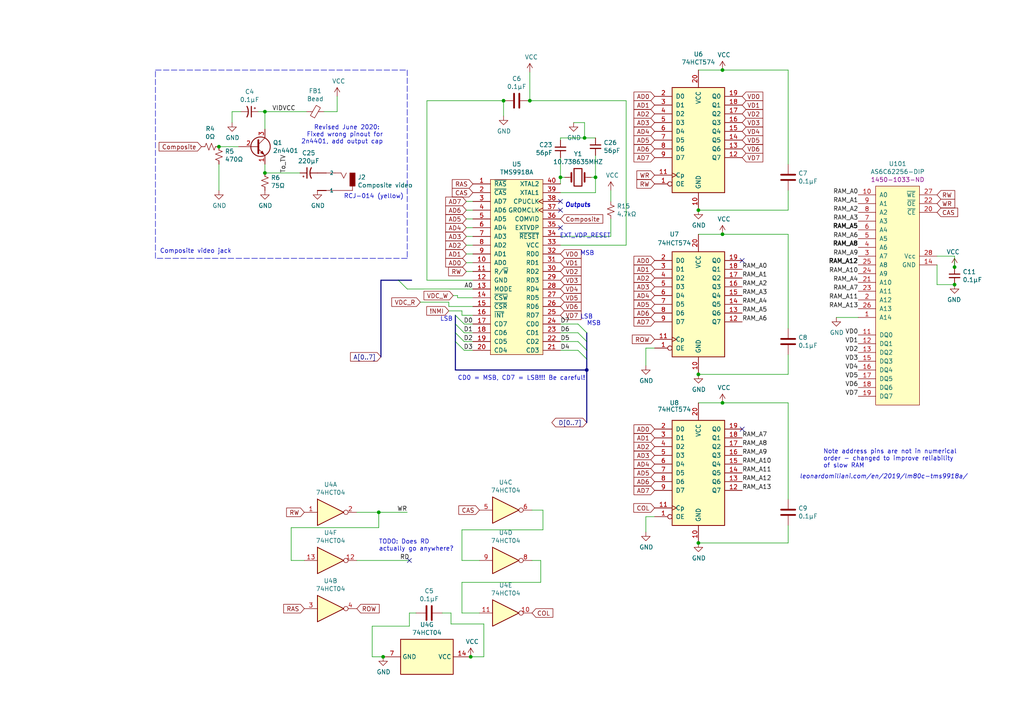
<source format=kicad_sch>
(kicad_sch (version 20211123) (generator eeschema)
  (paper "A4")
  (lib_symbols
    (symbol "74xx:74HCT04"
      (property "Reference" "U" (at 0 1.27 0))
      (property "Value" "74HCT04" (at 0 -1.27 0))
      (symbol "74HCT04_1_0"
        (polyline (pts (xy -3.81 3.81) (xy -3.81 -3.81) (xy 3.81 0) (xy -3.81 3.81)) (stroke (width 0.254)) (fill (type background)))
        (pin input line (at -7.62 0 0) (length 3.81) (name "~") (number "1"))
        (pin output inverted (at 7.62 0 180) (length 3.81) (name "~") (number "2"))
      )
      (symbol "74HCT04_2_0"
        (polyline (pts (xy -3.81 3.81) (xy -3.81 -3.81) (xy 3.81 0) (xy -3.81 3.81)) (stroke (width 0.254)) (fill (type background)))
        (pin input line (at -7.62 0 0) (length 3.81) (name "~") (number "3"))
        (pin output inverted (at 7.62 0 180) (length 3.81) (name "~") (number "4"))
      )
      (symbol "74HCT04_3_0"
        (polyline (pts (xy -3.81 3.81) (xy -3.81 -3.81) (xy 3.81 0) (xy -3.81 3.81)) (stroke (width 0.254)) (fill (type background)))
        (pin input line (at -7.62 0 0) (length 3.81) (name "~") (number "5"))
        (pin output inverted (at 7.62 0 180) (length 3.81) (name "~") (number "6"))
      )
      (symbol "74HCT04_4_0"
        (polyline (pts (xy -3.81 3.81) (xy -3.81 -3.81) (xy 3.81 0) (xy -3.81 3.81)) (stroke (width 0.254)) (fill (type background)))
        (pin output inverted (at 7.62 0 180) (length 3.81) (name "~") (number "8"))
        (pin input line (at -7.62 0 0) (length 3.81) (name "~") (number "9"))
      )
      (symbol "74HCT04_5_0"
        (polyline (pts (xy -3.81 3.81) (xy -3.81 -3.81) (xy 3.81 0) (xy -3.81 3.81)) (stroke (width 0.254)) (fill (type background)))
        (pin output inverted (at 7.62 0 180) (length 3.81) (name "~") (number "10"))
        (pin input line (at -7.62 0 0) (length 3.81) (name "~") (number "11"))
      )
      (symbol "74HCT04_6_0"
        (polyline (pts (xy -3.81 3.81) (xy -3.81 -3.81) (xy 3.81 0) (xy -3.81 3.81)) (stroke (width 0.254)) (fill (type background)))
        (pin output inverted (at 7.62 0 180) (length 3.81) (name "~") (number "12"))
        (pin input line (at -7.62 0 0) (length 3.81) (name "~") (number "13"))
      )
      (symbol "74HCT04_7_0"
        (pin power_in line (at 0 12.7 270) (length 5.08) (name "VCC") (number "14"))
        (pin power_in line (at 0 -12.7 90) (length 5.08) (name "GND") (number "7"))
      )
      (symbol "74HCT04_7_1"
        (rectangle (start -5.08 7.62) (end 5.08 -7.62) (stroke (width 0.254)) (fill (type background)))
      )
    )
    (symbol "74xx:74LS574" (pin_names (offset 1.016))
      (property "Reference" "U" (at -7.62 16.51 0))
      (property "Value" "74LS574" (at -7.62 -16.51 0))
      (symbol "74LS574_1_0"
        (pin input inverted (at -12.7 -12.7 0) (length 5.08) (name "OE") (number "1"))
        (pin power_in line (at 0 -20.32 90) (length 5.08) (name "GND") (number "10"))
        (pin input clock (at -12.7 -10.16 0) (length 5.08) (name "Cp") (number "11"))
        (pin tri_state line (at 12.7 -5.08 180) (length 5.08) (name "Q7") (number "12"))
        (pin tri_state line (at 12.7 -2.54 180) (length 5.08) (name "Q6") (number "13"))
        (pin tri_state line (at 12.7 0 180) (length 5.08) (name "Q5") (number "14"))
        (pin tri_state line (at 12.7 2.54 180) (length 5.08) (name "Q4") (number "15"))
        (pin tri_state line (at 12.7 5.08 180) (length 5.08) (name "Q3") (number "16"))
        (pin tri_state line (at 12.7 7.62 180) (length 5.08) (name "Q2") (number "17"))
        (pin tri_state line (at 12.7 10.16 180) (length 5.08) (name "Q1") (number "18"))
        (pin tri_state line (at 12.7 12.7 180) (length 5.08) (name "Q0") (number "19"))
        (pin input line (at -12.7 12.7 0) (length 5.08) (name "D0") (number "2"))
        (pin power_in line (at 0 20.32 270) (length 5.08) (name "VCC") (number "20"))
        (pin input line (at -12.7 10.16 0) (length 5.08) (name "D1") (number "3"))
        (pin input line (at -12.7 7.62 0) (length 5.08) (name "D2") (number "4"))
        (pin input line (at -12.7 5.08 0) (length 5.08) (name "D3") (number "5"))
        (pin input line (at -12.7 2.54 0) (length 5.08) (name "D4") (number "6"))
        (pin input line (at -12.7 0 0) (length 5.08) (name "D5") (number "7"))
        (pin input line (at -12.7 -2.54 0) (length 5.08) (name "D6") (number "8"))
        (pin input line (at -12.7 -5.08 0) (length 5.08) (name "D7") (number "9"))
      )
      (symbol "74LS574_1_1"
        (rectangle (start -7.62 15.24) (end 7.62 -15.24) (stroke (width 0.254)) (fill (type background)))
      )
    )
    (symbol "AS6C62256:AS6C62256-DIP" (pin_names (offset 1.016))
      (property "Reference" "U" (at 0 2.54 0))
      (property "Value" "AS6C62256-DIP" (at 0 0 0))
      (property "DigiKey" "1450-1033-ND" (at 0 0 0))
      (symbol "AS6C62256-DIP_0_1"
        (rectangle (start -6.35 -1.27) (end 6.35 -64.77) (fill (type background)))
      )
      (symbol "AS6C62256-DIP_1_1"
        (pin input line (at -11.43 -39.37 0) (length 5.08) (name "A14") (number "1"))
        (pin input line (at -11.43 -3.81 0) (length 5.08) (name "A0") (number "10"))
        (pin bidirectional line (at -11.43 -44.45 0) (length 5.08) (name "DQ0") (number "11"))
        (pin bidirectional line (at -11.43 -46.99 0) (length 5.08) (name "DQ1") (number "12"))
        (pin bidirectional line (at -11.43 -49.53 0) (length 5.08) (name "DQ2") (number "13"))
        (pin power_in line (at 11.43 -24.13 180) (length 5.08) (name "GND") (number "14"))
        (pin bidirectional line (at -11.43 -52.07 0) (length 5.08) (name "DQ3") (number "15"))
        (pin bidirectional line (at -11.43 -54.61 0) (length 5.08) (name "DQ4") (number "16"))
        (pin bidirectional line (at -11.43 -57.15 0) (length 5.08) (name "DQ5") (number "17"))
        (pin bidirectional line (at -11.43 -59.69 0) (length 5.08) (name "DQ6") (number "18"))
        (pin bidirectional line (at -11.43 -62.23 0) (length 5.08) (name "DQ7") (number "19"))
        (pin input line (at -11.43 -34.29 0) (length 5.08) (name "A12") (number "2"))
        (pin input line (at 11.43 -8.89 180) (length 5.08) (name "~{CE}") (number "20"))
        (pin input line (at -11.43 -29.21 0) (length 5.08) (name "A10") (number "21"))
        (pin input line (at 11.43 -6.35 180) (length 5.08) (name "~{OE}") (number "22"))
        (pin input line (at -11.43 -31.75 0) (length 5.08) (name "A11") (number "23"))
        (pin input line (at -11.43 -26.67 0) (length 5.08) (name "A9") (number "24"))
        (pin input line (at -11.43 -24.13 0) (length 5.08) (name "A8") (number "25"))
        (pin input line (at -11.43 -36.83 0) (length 5.08) (name "A13") (number "26"))
        (pin input line (at 11.43 -3.81 180) (length 5.08) (name "~{WE}") (number "27"))
        (pin power_in line (at 11.43 -21.59 180) (length 5.08) (name "Vcc") (number "28"))
        (pin input line (at -11.43 -21.59 0) (length 5.08) (name "A7") (number "3"))
        (pin input line (at -11.43 -19.05 0) (length 5.08) (name "A6") (number "4"))
        (pin input line (at -11.43 -16.51 0) (length 5.08) (name "A5") (number "5"))
        (pin input line (at -11.43 -13.97 0) (length 5.08) (name "A4") (number "6"))
        (pin input line (at -11.43 -11.43 0) (length 5.08) (name "A3") (number "7"))
        (pin input line (at -11.43 -8.89 0) (length 5.08) (name "A2") (number "8"))
        (pin input line (at -11.43 -6.35 0) (length 5.08) (name "A1") (number "9"))
      )
    )
    (symbol "Device:C" (pin_numbers hide) (pin_names (offset 0.254))
      (property "Reference" "C" (at 0.635 2.54 0))
      (property "Value" "C" (at 0.635 -2.54 0))
      (symbol "C_0_1"
        (polyline (pts (xy -2.032 -0.762) (xy 2.032 -0.762)) (stroke (width 0.508)))
        (polyline (pts (xy -2.032 0.762) (xy 2.032 0.762)) (stroke (width 0.508)))
      )
      (symbol "C_1_1"
        (pin passive line (at 0 3.81 270) (length 2.794) (name "~") (number "1"))
        (pin passive line (at 0 -3.81 90) (length 2.794) (name "~") (number "2"))
      )
    )
    (symbol "Device:CP1_Small" (pin_numbers hide) (pin_names (offset 0.254) hide)
      (property "Reference" "C" (at 0.254 1.778 0))
      (property "Value" "Device_CP1_Small" (at 0.254 -2.032 0))
      (symbol "CP1_Small_0_1"
        (polyline (pts (xy -1.524 0.508) (xy 1.524 0.508)) (stroke (width 0.3048)))
        (polyline (pts (xy -1.27 1.524) (xy -0.762 1.524)))
        (polyline (pts (xy -1.016 1.27) (xy -1.016 1.778)))
        (arc (start 1.524 -0.762) (mid 0 -0.3734) (end -1.524 -0.762) (stroke (width 0.3048)))
      )
      (symbol "CP1_Small_1_1"
        (pin passive line (at 0 2.54 270) (length 2.032) (name "~") (number "1"))
        (pin passive line (at 0 -2.54 90) (length 2.032) (name "~") (number "2"))
      )
    )
    (symbol "Device:C_Small" (pin_numbers hide) (pin_names (offset 0.254) hide)
      (property "Reference" "C" (at 0.254 1.778 0))
      (property "Value" "C_Small" (at 0.254 -2.032 0))
      (symbol "C_Small_0_1"
        (polyline (pts (xy -1.524 -0.508) (xy 1.524 -0.508)) (stroke (width 0.3302)))
        (polyline (pts (xy -1.524 0.508) (xy 1.524 0.508)) (stroke (width 0.3048)))
      )
      (symbol "C_Small_1_1"
        (pin passive line (at 0 2.54 270) (length 2.032) (name "~") (number "1"))
        (pin passive line (at 0 -2.54 90) (length 2.032) (name "~") (number "2"))
      )
    )
    (symbol "Device:Crystal" (pin_numbers hide) (pin_names (offset 1.016) hide)
      (property "Reference" "Y" (at 0 3.81 0))
      (property "Value" "Crystal" (at 0 -3.81 0))
      (symbol "Crystal_0_1"
        (rectangle (start -1.143 2.54) (end 1.143 -2.54) (stroke (width 0.3048)))
        (polyline (pts (xy -2.54 0) (xy -1.905 0)))
        (polyline (pts (xy -1.905 -1.27) (xy -1.905 1.27)) (stroke (width 0.508)))
        (polyline (pts (xy 1.905 -1.27) (xy 1.905 1.27)) (stroke (width 0.508)))
        (polyline (pts (xy 2.54 0) (xy 1.905 0)))
      )
      (symbol "Crystal_1_1"
        (pin passive line (at -3.81 0 0) (length 1.27) (name "1") (number "1"))
        (pin passive line (at 3.81 0 180) (length 1.27) (name "2") (number "2"))
      )
    )
    (symbol "Device:Ferrite_Bead_Small" (pin_numbers hide) (pin_names (offset 0))
      (property "Reference" "FB" (at 1.905 1.27 0))
      (property "Value" "Device_Ferrite_Bead_Small" (at 1.905 -1.27 0))
      (symbol "Ferrite_Bead_Small_0_1"
        (polyline (pts (xy 0 -1.27) (xy 0 -0.7874)))
        (polyline (pts (xy 0 0.889) (xy 0 1.2954)))
        (polyline (pts (xy -1.8288 0.2794) (xy -1.1176 1.4986) (xy 1.8288 -0.2032) (xy 1.1176 -1.4224) (xy -1.8288 0.2794)))
      )
      (symbol "Ferrite_Bead_Small_1_1"
        (pin passive line (at 0 2.54 270) (length 1.27) (name "~") (number "1"))
        (pin passive line (at 0 -2.54 90) (length 1.27) (name "~") (number "2"))
      )
    )
    (symbol "Device:Q_NPN_EBC" (pin_names (offset 0) hide)
      (property "Reference" "Q" (at 5.08 1.27 0))
      (property "Value" "Q_NPN_EBC" (at 5.08 -1.27 0))
      (symbol "Q_NPN_EBC_0_1"
        (polyline (pts (xy 0.635 0.635) (xy 2.54 2.54)))
        (polyline (pts (xy 0.635 -0.635) (xy 2.54 -2.54) (xy 2.54 -2.54)))
        (polyline (pts (xy 0.635 1.905) (xy 0.635 -1.905) (xy 0.635 -1.905)) (stroke (width 0.508)))
        (polyline (pts (xy 1.27 -1.778) (xy 1.778 -1.27) (xy 2.286 -2.286) (xy 1.27 -1.778) (xy 1.27 -1.778)) (fill (type outline)))
        (circle (center 1.27 0) (radius 2.8194) (stroke (width 0.254)))
      )
      (symbol "Q_NPN_EBC_1_1"
        (pin passive line (at 2.54 -5.08 90) (length 2.54) (name "E") (number "1"))
        (pin passive line (at -5.08 0 0) (length 5.715) (name "B") (number "2"))
        (pin passive line (at 2.54 5.08 270) (length 2.54) (name "C") (number "3"))
      )
    )
    (symbol "Device:R_Small_US" (pin_numbers hide) (pin_names (offset 0.254) hide)
      (property "Reference" "R" (at 0.762 0.508 0))
      (property "Value" "R_Small_US" (at 0.762 -1.016 0))
      (symbol "R_Small_US_1_1"
        (polyline (pts (xy 0 0) (xy 1.016 -0.381) (xy 0 -0.762) (xy -1.016 -1.143) (xy 0 -1.524)))
        (polyline (pts (xy 0 1.524) (xy 1.016 1.143) (xy 0 0.762) (xy -1.016 0.381) (xy 0 0)))
        (pin passive line (at 0 2.54 270) (length 1.016) (name "~") (number "1"))
        (pin passive line (at 0 -2.54 90) (length 1.016) (name "~") (number "2"))
      )
    )
    (symbol "LeakoChips:TMS9918A" (pin_names (offset 1.016))
      (property "Reference" "U" (at 0 29.21 0))
      (property "Value" "TMS9918A" (at 0 26.67 0))
      (symbol "TMS9918A_0_1"
        (rectangle (start -7.62 25.4) (end 7.62 -25.4) (fill (type background)))
      )
      (symbol "TMS9918A_1_1"
        (pin output line (at -12.7 24.13 0) (length 5.08) (name "~{RAS}") (number "1"))
        (pin output line (at -12.7 1.27 0) (length 5.08) (name "AD0") (number "10"))
        (pin output line (at -12.7 -1.27 0) (length 5.08) (name "R/~{W}") (number "11"))
        (pin power_in line (at -12.7 -3.81 0) (length 5.08) (name "GND") (number "12"))
        (pin input line (at -12.7 -6.35 0) (length 5.08) (name "MODE") (number "13"))
        (pin input line (at -12.7 -8.89 0) (length 5.08) (name "~{CSW}") (number "14"))
        (pin input line (at -12.7 -11.43 0) (length 5.08) (name "~{CSR}") (number "15"))
        (pin output line (at -12.7 -13.97 0) (length 5.08) (name "~{INT}") (number "16"))
        (pin bidirectional line (at -12.7 -16.51 0) (length 5.08) (name "CD7") (number "17"))
        (pin bidirectional line (at -12.7 -19.05 0) (length 5.08) (name "CD6") (number "18"))
        (pin bidirectional line (at -12.7 -21.59 0) (length 5.08) (name "CD5") (number "19"))
        (pin output line (at -12.7 21.59 0) (length 5.08) (name "~{CAS}") (number "2"))
        (pin bidirectional line (at -12.7 -24.13 0) (length 5.08) (name "CD4") (number "20"))
        (pin bidirectional line (at 12.7 -24.13 180) (length 5.08) (name "CD3") (number "21"))
        (pin bidirectional line (at 12.7 -21.59 180) (length 5.08) (name "CD2") (number "22"))
        (pin bidirectional line (at 12.7 -19.05 180) (length 5.08) (name "CD1") (number "23"))
        (pin bidirectional line (at 12.7 -16.51 180) (length 5.08) (name "CD0") (number "24"))
        (pin input line (at 12.7 -13.97 180) (length 5.08) (name "RD7") (number "25"))
        (pin input line (at 12.7 -11.43 180) (length 5.08) (name "RD6") (number "26"))
        (pin input line (at 12.7 -8.89 180) (length 5.08) (name "RD5") (number "27"))
        (pin input line (at 12.7 -6.35 180) (length 5.08) (name "RD4") (number "28"))
        (pin input line (at 12.7 -3.81 180) (length 5.08) (name "RD3") (number "29"))
        (pin output line (at -12.7 19.05 0) (length 5.08) (name "AD7") (number "3"))
        (pin input line (at 12.7 -1.27 180) (length 5.08) (name "RD2") (number "30"))
        (pin input line (at 12.7 1.27 180) (length 5.08) (name "RD1") (number "31"))
        (pin input line (at 12.7 3.81 180) (length 5.08) (name "RD0") (number "32"))
        (pin power_in line (at 12.7 6.35 180) (length 5.08) (name "VCC") (number "33"))
        (pin input line (at 12.7 8.89 180) (length 5.08) (name "~{RESET}") (number "34"))
        (pin bidirectional line (at 12.7 11.43 180) (length 5.08) (name "EXTVDP") (number "35"))
        (pin output line (at 12.7 13.97 180) (length 5.08) (name "COMVID") (number "36"))
        (pin output clock (at 12.7 16.51 180) (length 5.08) (name "GROMCLK") (number "37"))
        (pin output clock (at 12.7 19.05 180) (length 5.08) (name "CPUCLK") (number "38"))
        (pin input line (at 12.7 21.59 180) (length 5.08) (name "XTAL1") (number "39"))
        (pin output line (at -12.7 16.51 0) (length 5.08) (name "AD6") (number "4"))
        (pin input line (at 12.7 24.13 180) (length 5.08) (name "XTAL2") (number "40"))
        (pin output line (at -12.7 13.97 0) (length 5.08) (name "AD5") (number "5"))
        (pin output line (at -12.7 11.43 0) (length 5.08) (name "AD4") (number "6"))
        (pin output line (at -12.7 8.89 0) (length 5.08) (name "AD3") (number "7"))
        (pin output line (at -12.7 6.35 0) (length 5.08) (name "AD2") (number "8"))
        (pin output line (at -12.7 3.81 0) (length 5.08) (name "AD1") (number "9"))
      )
    )
    (symbol "RCJ-017:RCJ-017" (pin_numbers hide) (pin_names (offset 1.016))
      (property "Reference" "J" (at -2.54 3.81 0))
      (property "Value" "RCJ-017" (at -2.54 -6.35 0))
      (symbol "RCJ-017_0_0"
        (rectangle (start -3.302 -2.54) (end -1.778 1.27) (fill (type outline)))
        (polyline (pts (xy -2.54 2.54) (xy -2.54 1.27)) (stroke (width 0.1524)))
        (polyline (pts (xy 0 -1.016) (xy -0.762 -2.54)) (stroke (width 0.1524)))
        (polyline (pts (xy 0.762 -2.54) (xy 0 -1.016)) (stroke (width 0.1524)))
        (polyline (pts (xy 2.54 -2.54) (xy 0.762 -2.54)) (stroke (width 0.1524)))
        (polyline (pts (xy 5.08 -2.54) (xy 2.54 -2.54)) (stroke (width 0.1524)))
        (polyline (pts (xy 5.08 2.54) (xy -2.54 2.54)) (stroke (width 0.1524)))
        (pin passive line (at 7.62 2.54 180) (length 2.54) (name "1") (number "1A"))
        (pin passive line (at 7.62 2.54 180) (length 2.54) (name "1") (number "1B"))
        (pin passive line (at 7.62 2.54 180) (length 2.54) (name "1") (number "1C"))
        (pin passive line (at 7.62 -2.54 180) (length 2.54) (name "2") (number "2"))
      )
    )
    (symbol "power:GND" (power) (pin_names (offset 0))
      (property "Value" "GND" (at 0 -3.81 0))
      (symbol "GND_0_1"
        (polyline (pts (xy 0 0) (xy 0 -1.27) (xy 1.27 -1.27) (xy 0 -2.54) (xy -1.27 -1.27) (xy 0 -1.27)))
      )
      (symbol "GND_1_1"
        (pin power_in line (at 0 0 270) (length 0) hide (name "GND") (number "1"))
      )
    )
    (symbol "power:VCC" (power) (pin_names (offset 0))
      (property "Value" "VCC" (at 0 3.81 0))
      (symbol "VCC_0_1"
        (polyline (pts (xy -0.762 1.27) (xy 0 2.54)))
        (polyline (pts (xy 0 0) (xy 0 2.54)))
        (polyline (pts (xy 0 2.54) (xy 0.762 1.27)))
      )
      (symbol "VCC_1_1"
        (pin power_in line (at 0 0 90) (length 0) hide (name "VCC") (number "1"))
      )
    )
  )
  (junction (at 170.18 107.315))
  (junction (at 209.55 116.84))
  (junction (at 202.565 157.48))
  (junction (at 209.55 67.945))
  (junction (at 209.55 20.32))
  (junction (at 162.56 51.435))
  (junction (at 76.835 50.165))
  (junction (at 76.835 32.385))
  (junction (at 169.545 40.005))
  (junction (at 202.565 108.585))
  (junction (at 63.5 42.545))
  (junction (at 153.67 29.21))
  (junction (at 111.125 190.5))
  (junction (at 202.565 60.96))
  (junction (at 172.72 51.435))
  (junction (at 109.855 148.59))
  (junction (at 276.86 77.47))
  (junction (at 136.525 190.5))
  (junction (at 276.86 82.55))
  (junction (at 146.05 29.21))
  (no_connect (at 162.56 58.42))
  (no_connect (at 162.56 60.96))
  (no_connect (at 215.265 75.565))
  (no_connect (at 215.265 124.46))
  (no_connect (at 162.56 66.04))
  (no_connect (at 118.745 162.56))
  (bus_entry (at 167.64 99.06) (size 2.54 2.54))
  (bus_entry (at 132.08 99.06) (size 2.54 2.54))
  (bus_entry (at 132.08 96.52) (size 2.54 2.54))
  (bus_entry (at 167.64 101.6) (size 2.54 2.54))
  (bus_entry (at 132.08 91.44) (size 2.54 2.54))
  (bus_entry (at 167.64 96.52) (size 2.54 2.54))
  (bus_entry (at 115.57 81.28) (size 2.54 2.54))
  (bus_entry (at 167.64 93.98) (size 2.54 2.54))
  (bus_entry (at 132.08 93.98) (size 2.54 2.54))
  (wire (pts (xy 271.78 82.55) (xy 276.86 82.55)))
  (wire (pts (xy 137.16 60.96) (xy 135.255 60.96)))
  (wire (pts (xy 162.56 40.005) (xy 162.56 40.64)))
  (bus (pts (xy 132.08 93.98) (xy 132.08 96.52)))
  (polyline (pts (xy 118.11 74.93) (xy 45.085 74.93)))
  (wire (pts (xy 166.37 35.56) (xy 169.545 35.56)))
  (wire (pts (xy 228.6 108.585) (xy 202.565 108.585)))
  (wire (pts (xy 120.65 177.8) (xy 118.745 177.8)))
  (wire (pts (xy 137.16 78.74) (xy 135.255 78.74)))
  (wire (pts (xy 130.81 180.975) (xy 130.81 177.8)))
  (wire (pts (xy 163.83 51.435) (xy 162.56 51.435)))
  (bus (pts (xy 115.57 81.28) (xy 119.38 81.28)))
  (wire (pts (xy 228.6 20.32) (xy 228.6 47.625)))
  (wire (pts (xy 76.835 32.385) (xy 76.835 37.465)))
  (wire (pts (xy 133.985 168.91) (xy 133.985 177.8)))
  (wire (pts (xy 162.56 93.98) (xy 167.64 93.98)))
  (wire (pts (xy 137.16 58.42) (xy 135.255 58.42)))
  (bus (pts (xy 132.08 96.52) (xy 132.08 99.06)))
  (wire (pts (xy 271.78 76.835) (xy 271.78 82.55)))
  (bus (pts (xy 170.18 101.6) (xy 170.18 104.14)))
  (polyline (pts (xy 45.085 74.93) (xy 45.085 20.32)))
  (wire (pts (xy 130.81 177.8) (xy 128.27 177.8)))
  (wire (pts (xy 177.165 58.42) (xy 177.165 55.245)))
  (wire (pts (xy 187.325 100.965) (xy 187.325 106.045)))
  (wire (pts (xy 137.16 71.12) (xy 135.255 71.12)))
  (wire (pts (xy 228.6 55.245) (xy 228.6 60.96)))
  (wire (pts (xy 132.715 85.725) (xy 131.445 85.725)))
  (bus (pts (xy 170.18 107.315) (xy 132.08 107.315)))
  (wire (pts (xy 162.56 55.88) (xy 172.72 55.88)))
  (wire (pts (xy 103.505 148.59) (xy 109.855 148.59)))
  (wire (pts (xy 162.56 68.58) (xy 177.165 68.58)))
  (wire (pts (xy 171.45 51.435) (xy 172.72 51.435)))
  (wire (pts (xy 228.6 116.84) (xy 228.6 144.78)))
  (bus (pts (xy 170.18 96.52) (xy 170.18 99.06)))
  (wire (pts (xy 132.715 86.36) (xy 132.715 85.725)))
  (wire (pts (xy 97.79 32.385) (xy 97.79 27.94)))
  (wire (pts (xy 157.48 153.67) (xy 133.985 153.67)))
  (wire (pts (xy 172.72 51.435) (xy 172.72 45.085)))
  (wire (pts (xy 118.745 177.8) (xy 118.745 181.61)))
  (wire (pts (xy 137.16 76.2) (xy 135.255 76.2)))
  (polyline (pts (xy 118.11 20.32) (xy 118.11 74.93)))
  (wire (pts (xy 107.95 190.5) (xy 111.125 190.5)))
  (wire (pts (xy 172.72 55.88) (xy 172.72 51.435)))
  (wire (pts (xy 209.55 116.84) (xy 202.565 116.84)))
  (wire (pts (xy 109.855 148.59) (xy 118.11 148.59)))
  (wire (pts (xy 133.985 153.67) (xy 133.985 162.56)))
  (wire (pts (xy 228.6 67.945) (xy 228.6 95.25)))
  (wire (pts (xy 162.56 96.52) (xy 167.64 96.52)))
  (wire (pts (xy 140.335 190.5) (xy 140.335 180.975)))
  (wire (pts (xy 130.175 88.9) (xy 130.175 87.63)))
  (wire (pts (xy 136.525 190.5) (xy 140.335 190.5)))
  (wire (pts (xy 162.56 40.005) (xy 169.545 40.005)))
  (wire (pts (xy 69.215 42.545) (xy 63.5 42.545)))
  (wire (pts (xy 156.845 162.56) (xy 156.845 168.91)))
  (wire (pts (xy 133.985 91.44) (xy 133.985 90.17)))
  (wire (pts (xy 133.985 177.8) (xy 139.065 177.8)))
  (wire (pts (xy 76.835 32.385) (xy 88.9 32.385)))
  (wire (pts (xy 137.16 91.44) (xy 133.985 91.44)))
  (wire (pts (xy 154.305 162.56) (xy 156.845 162.56)))
  (wire (pts (xy 162.56 99.06) (xy 167.64 99.06)))
  (bus (pts (xy 132.08 91.44) (xy 132.08 93.98)))
  (wire (pts (xy 137.16 93.98) (xy 134.62 93.98)))
  (polyline (pts (xy 45.085 20.32) (xy 118.11 20.32)))
  (wire (pts (xy 133.985 162.56) (xy 139.065 162.56)))
  (wire (pts (xy 209.55 67.945) (xy 228.6 67.945)))
  (wire (pts (xy 181.61 71.12) (xy 162.56 71.12)))
  (bus (pts (xy 110.49 81.28) (xy 110.49 103.505)))
  (wire (pts (xy 133.985 90.17) (xy 130.175 90.17)))
  (wire (pts (xy 118.745 181.61) (xy 107.95 181.61)))
  (bus (pts (xy 170.18 107.315) (xy 170.18 122.555)))
  (wire (pts (xy 169.545 35.56) (xy 169.545 40.005)))
  (wire (pts (xy 189.865 100.965) (xy 187.325 100.965)))
  (wire (pts (xy 189.865 149.86) (xy 187.325 149.86)))
  (wire (pts (xy 123.825 81.28) (xy 123.825 29.21)))
  (wire (pts (xy 209.55 20.32) (xy 228.6 20.32)))
  (wire (pts (xy 140.335 180.975) (xy 130.81 180.975)))
  (wire (pts (xy 123.825 29.21) (xy 146.05 29.21)))
  (wire (pts (xy 228.6 152.4) (xy 228.6 157.48)))
  (wire (pts (xy 154.305 147.955) (xy 157.48 147.955)))
  (wire (pts (xy 84.455 153.035) (xy 84.455 162.56)))
  (wire (pts (xy 181.61 29.21) (xy 181.61 71.12)))
  (wire (pts (xy 137.16 68.58) (xy 135.255 68.58)))
  (wire (pts (xy 67.31 32.385) (xy 67.31 35.56)))
  (wire (pts (xy 137.16 96.52) (xy 134.62 96.52)))
  (wire (pts (xy 137.16 63.5) (xy 135.255 63.5)))
  (wire (pts (xy 209.55 116.84) (xy 228.6 116.84)))
  (bus (pts (xy 170.18 104.14) (xy 170.18 107.315)))
  (wire (pts (xy 86.995 50.165) (xy 76.835 50.165)))
  (wire (pts (xy 228.6 102.87) (xy 228.6 108.585)))
  (wire (pts (xy 157.48 147.955) (xy 157.48 153.67)))
  (wire (pts (xy 137.16 73.66) (xy 135.255 73.66)))
  (wire (pts (xy 228.6 157.48) (xy 202.565 157.48)))
  (wire (pts (xy 153.67 29.21) (xy 181.61 29.21)))
  (wire (pts (xy 84.455 162.56) (xy 88.265 162.56)))
  (wire (pts (xy 153.67 29.21) (xy 153.67 20.955)))
  (wire (pts (xy 169.545 40.005) (xy 172.72 40.005)))
  (wire (pts (xy 93.98 32.385) (xy 97.79 32.385)))
  (wire (pts (xy 109.855 148.59) (xy 109.855 153.035)))
  (wire (pts (xy 187.325 149.86) (xy 187.325 154.305)))
  (wire (pts (xy 248.92 92.075) (xy 242.57 92.075)))
  (wire (pts (xy 103.505 162.56) (xy 118.745 162.56)))
  (wire (pts (xy 130.175 87.63) (xy 121.92 87.63)))
  (wire (pts (xy 276.86 74.295) (xy 271.78 74.295)))
  (wire (pts (xy 137.16 101.6) (xy 134.62 101.6)))
  (wire (pts (xy 162.56 53.34) (xy 162.56 51.435)))
  (wire (pts (xy 137.16 86.36) (xy 132.715 86.36)))
  (wire (pts (xy 156.845 168.91) (xy 133.985 168.91)))
  (wire (pts (xy 202.565 20.32) (xy 209.55 20.32)))
  (wire (pts (xy 137.16 83.82) (xy 118.11 83.82)))
  (wire (pts (xy 228.6 60.96) (xy 202.565 60.96)))
  (wire (pts (xy 137.16 99.06) (xy 134.62 99.06)))
  (bus (pts (xy 110.49 81.28) (xy 115.57 81.28)))
  (wire (pts (xy 162.56 45.72) (xy 162.56 51.435)))
  (bus (pts (xy 132.08 99.06) (xy 132.08 107.315)))
  (wire (pts (xy 177.165 68.58) (xy 177.165 63.5)))
  (wire (pts (xy 63.5 47.625) (xy 63.5 55.245)))
  (wire (pts (xy 107.95 181.61) (xy 107.95 190.5)))
  (wire (pts (xy 137.16 66.04) (xy 135.255 66.04)))
  (wire (pts (xy 109.855 153.035) (xy 84.455 153.035)))
  (wire (pts (xy 69.85 32.385) (xy 67.31 32.385)))
  (wire (pts (xy 146.05 29.21) (xy 146.05 33.655)))
  (wire (pts (xy 76.835 47.625) (xy 76.835 50.165)))
  (bus (pts (xy 170.18 99.06) (xy 170.18 101.6)))
  (wire (pts (xy 137.16 88.9) (xy 130.175 88.9)))
  (wire (pts (xy 202.565 67.945) (xy 209.55 67.945)))
  (wire (pts (xy 276.86 77.47) (xy 276.86 74.295)))
  (wire (pts (xy 137.16 81.28) (xy 123.825 81.28)))
  (wire (pts (xy 162.56 101.6) (xy 167.64 101.6)))
  (wire (pts (xy 74.93 32.385) (xy 76.835 32.385)))
  (text "leonardomiliani.com/en/2019/lm80c-tms9918a/" (at 280.67 139.065 180) (effects (font (size 1.27 1.27) italic) (justify right bottom)))
  (text "TODO: Does RD\nactually go anywhere?" (at 109.855 160.02 0) (effects (font (size 1.27 1.27)) (justify left bottom)))
  (text "EXT_VDP_RESET" (at 177.165 69.215 180) (effects (font (size 1.27 1.27)) (justify right bottom)))
  (text "LSB" (at 127.635 93.345 0) (effects (font (size 1.27 1.27)) (justify left bottom)))
  (text "CD0 = MSB, CD7 = LSB!!! Be careful!" (at 132.715 110.49 0) (effects (font (size 1.27 1.27)) (justify left bottom)))
  (text "Composite video jack" (at 46.355 73.66 0) (effects (font (size 1.27 1.27)) (justify left bottom)))
  (text "Note address pins are not in numerical\norder - changed to improve reliability\nof slow RAM" (at 238.76 135.89 0) (effects (font (size 1.27 1.27)) (justify left bottom)))
  (text "RCJ-014 (yellow)" (at 99.695 57.785 0) (effects (font (size 1.27 1.27)) (justify left bottom)))
  (text "Revised June 2020: \nFixed wrong pinout for\n2n4401, add output cap" (at 111.125 41.91 0) (effects (font (size 1.27 1.27)) (justify right bottom)))
  (text "LSB" (at 168.275 92.71 0) (effects (font (size 1.27 1.27)) (justify left bottom)))
  (text "MSB" (at 168.275 74.295 0) (effects (font (size 1.27 1.27)) (justify left bottom)))
  (text "MSB" (at 170.18 94.615 0) (effects (font (size 1.27 1.27)) (justify left bottom)))
  (text "Outputs" (at 163.83 60.325 0) (effects (font (size 1.27 1.27) (thickness 0.254) bold italic) (justify left bottom)))
  (label "RAM_A4" (at 248.92 81.915 180))
  (label "RAM_A9" (at 248.92 74.295 180))
  (label "VD7" (at 248.92 114.935 180))
  (label "RAM_A4" (at 215.265 88.265 0))
  (label "To_TV" (at 83.185 50.165 90))
  (label "RAM_A0" (at 215.265 78.105 0))
  (label "RAM_A5" (at 248.92 66.675 180) (effects (font (thickness 0.254) bold)))
  (label "VIDVCC" (at 85.725 32.385 180))
  (label "RAM_A12" (at 215.265 139.7 0))
  (label "RAM_A3" (at 215.265 85.725 0))
  (label "RAM_A11" (at 215.265 137.16 0))
  (label "D7" (at 162.56 93.98 0))
  (label "RAM_A3" (at 248.92 64.135 180))
  (label "VD1" (at 248.92 99.695 180))
  (label "RAM_A7" (at 248.92 84.455 180))
  (label "RAM_A6" (at 215.265 93.345 0))
  (label "VD3" (at 248.92 104.775 180))
  (label "RAM_A7" (at 215.265 127 0))
  (label "RAM_A8" (at 215.265 129.54 0))
  (label "RAM_A10" (at 215.265 134.62 0))
  (label "D6" (at 162.56 96.52 0))
  (label "RAM_A11" (at 248.92 86.995 180))
  (label "VD2" (at 248.92 102.235 180))
  (label "D3" (at 137.16 101.6 180))
  (label "D2" (at 137.16 99.06 180))
  (label "RAM_A12" (at 248.92 76.835 180) (effects (font (thickness 0.254) bold)))
  (label "WR" (at 118.11 148.59 180))
  (label "RAM_A6" (at 248.92 69.215 180))
  (label "RD" (at 118.745 162.56 180))
  (label "RAM_A2" (at 215.265 83.185 0))
  (label "D4" (at 162.56 101.6 0))
  (label "D5" (at 162.56 99.06 0))
  (label "RAM_A9" (at 215.265 132.08 0))
  (label "RAM_A5" (at 215.265 90.805 0))
  (label "RAM_A1" (at 248.92 59.055 180))
  (label "RAM_A0" (at 248.92 56.515 180))
  (label "VD6" (at 248.92 112.395 180))
  (label "A0" (at 137.16 83.82 180))
  (label "D1" (at 137.16 96.52 180))
  (label "RAM_A2" (at 248.92 61.595 180))
  (label "VD0" (at 248.92 97.155 180))
  (label "VD5" (at 248.92 109.855 180))
  (label "RAM_A10" (at 248.92 79.375 180))
  (label "RAM_A8" (at 248.92 71.755 180) (effects (font (thickness 0.254) bold)))
  (label "RAM_A13" (at 248.92 89.535 180))
  (label "D0" (at 137.16 93.98 180))
  (label "VD4" (at 248.92 107.315 180))
  (label "RAM_A1" (at 215.265 80.645 0))
  (label "RAM_A13" (at 215.265 142.24 0))
  (global_label "CAS" (shape input) (at 271.78 61.595 0) (property "Intersheet References" "${INTERSHEET_REFS}" (effects hide)))
  (global_label "AD6" (shape input) (at 135.255 60.96 180) (property "Intersheet References" "${INTERSHEET_REFS}" (effects hide)))
  (global_label "WR" (shape input) (at 189.865 50.8 180) (property "Intersheet References" "${INTERSHEET_REFS}" (effects hide)))
  (global_label "AD0" (shape input) (at 189.865 75.565 180) (property "Intersheet References" "${INTERSHEET_REFS}" (effects hide)))
  (global_label "AD5" (shape input) (at 189.865 40.64 180) (property "Intersheet References" "${INTERSHEET_REFS}" (effects hide)))
  (global_label "VD3" (shape input) (at 215.265 35.56 0) (property "Intersheet References" "${INTERSHEET_REFS}" (effects hide)))
  (global_label "VDC_W" (shape input) (at 131.445 85.725 180) (property "Intersheet References" "${INTERSHEET_REFS}" (effects hide)))
  (global_label "AD0" (shape input) (at 189.865 27.94 180) (property "Intersheet References" "${INTERSHEET_REFS}" (effects hide)))
  (global_label "AD1" (shape input) (at 189.865 30.48 180) (property "Intersheet References" "${INTERSHEET_REFS}" (effects hide)))
  (global_label "VD2" (shape input) (at 162.56 78.74 0) (property "Intersheet References" "${INTERSHEET_REFS}" (effects hide)))
  (global_label "VD6" (shape input) (at 215.265 43.18 0) (property "Intersheet References" "${INTERSHEET_REFS}" (effects hide)))
  (global_label "AD4" (shape input) (at 189.865 38.1 180) (property "Intersheet References" "${INTERSHEET_REFS}" (effects hide)))
  (global_label "AD3" (shape input) (at 189.865 83.185 180) (property "Intersheet References" "${INTERSHEET_REFS}" (effects hide)))
  (global_label "AD4" (shape input) (at 189.865 134.62 180) (property "Intersheet References" "${INTERSHEET_REFS}" (effects hide)))
  (global_label "D[0..7]" (shape bidirectional) (at 170.18 122.555 180) (property "Intersheet References" "${INTERSHEET_REFS}" (effects hide)))
  (global_label "AD6" (shape input) (at 189.865 90.805 180) (property "Intersheet References" "${INTERSHEET_REFS}" (effects hide)))
  (global_label "VD0" (shape input) (at 215.265 27.94 0) (property "Intersheet References" "${INTERSHEET_REFS}" (effects hide)))
  (global_label "ROW" (shape input) (at 103.505 176.53 0) (property "Intersheet References" "${INTERSHEET_REFS}" (effects hide)))
  (global_label "A[0..7]" (shape input) (at 110.49 103.505 180) (property "Intersheet References" "${INTERSHEET_REFS}" (effects hide)))
  (global_label "VD0" (shape input) (at 162.56 73.66 0) (property "Intersheet References" "${INTERSHEET_REFS}" (effects hide)))
  (global_label "AD2" (shape input) (at 135.255 71.12 180) (property "Intersheet References" "${INTERSHEET_REFS}" (effects hide)))
  (global_label "Composite" (shape input) (at 162.56 63.5 0) (property "Intersheet References" "${INTERSHEET_REFS}" (effects hide)))
  (global_label "Composite" (shape input) (at 58.42 42.545 180) (property "Intersheet References" "${INTERSHEET_REFS}" (effects hide)))
  (global_label "VD6" (shape input) (at 162.56 88.9 0) (property "Intersheet References" "${INTERSHEET_REFS}" (effects hide)))
  (global_label "VD2" (shape input) (at 215.265 33.02 0) (property "Intersheet References" "${INTERSHEET_REFS}" (effects hide)))
  (global_label "CAS" (shape input) (at 137.16 55.88 180) (property "Intersheet References" "${INTERSHEET_REFS}" (effects hide)))
  (global_label "AD2" (shape input) (at 189.865 80.645 180) (property "Intersheet References" "${INTERSHEET_REFS}" (effects hide)))
  (global_label "RAS" (shape input) (at 88.265 176.53 180) (property "Intersheet References" "${INTERSHEET_REFS}" (effects hide)))
  (global_label "VD7" (shape input) (at 162.56 91.44 0) (property "Intersheet References" "${INTERSHEET_REFS}" (effects hide)))
  (global_label "AD3" (shape input) (at 135.255 68.58 180) (property "Intersheet References" "${INTERSHEET_REFS}" (effects hide)))
  (global_label "ROW" (shape input) (at 189.865 98.425 180) (property "Intersheet References" "${INTERSHEET_REFS}" (effects hide)))
  (global_label "AD2" (shape input) (at 189.865 129.54 180) (property "Intersheet References" "${INTERSHEET_REFS}" (effects hide)))
  (global_label "AD1" (shape input) (at 189.865 127 180) (property "Intersheet References" "${INTERSHEET_REFS}" (effects hide)))
  (global_label "AD5" (shape input) (at 189.865 88.265 180) (property "Intersheet References" "${INTERSHEET_REFS}" (effects hide)))
  (global_label "AD1" (shape input) (at 189.865 78.105 180) (property "Intersheet References" "${INTERSHEET_REFS}" (effects hide)))
  (global_label "AD4" (shape input) (at 189.865 85.725 180) (property "Intersheet References" "${INTERSHEET_REFS}" (effects hide)))
  (global_label "AD3" (shape input) (at 189.865 132.08 180) (property "Intersheet References" "${INTERSHEET_REFS}" (effects hide)))
  (global_label "RW" (shape input) (at 135.255 78.74 180) (property "Intersheet References" "${INTERSHEET_REFS}" (effects hide)))
  (global_label "VD5" (shape input) (at 215.265 40.64 0) (property "Intersheet References" "${INTERSHEET_REFS}" (effects hide)))
  (global_label "AD2" (shape input) (at 189.865 33.02 180) (property "Intersheet References" "${INTERSHEET_REFS}" (effects hide)))
  (global_label "AD6" (shape input) (at 189.865 139.7 180) (property "Intersheet References" "${INTERSHEET_REFS}" (effects hide)))
  (global_label "VD5" (shape input) (at 162.56 86.36 0) (property "Intersheet References" "${INTERSHEET_REFS}" (effects hide)))
  (global_label "AD4" (shape input) (at 135.255 66.04 180) (property "Intersheet References" "${INTERSHEET_REFS}" (effects hide)))
  (global_label "AD7" (shape input) (at 135.255 58.42 180) (property "Intersheet References" "${INTERSHEET_REFS}" (effects hide)))
  (global_label "VD7" (shape input) (at 215.265 45.72 0) (property "Intersheet References" "${INTERSHEET_REFS}" (effects hide)))
  (global_label "RAS" (shape input) (at 137.16 53.34 180) (property "Intersheet References" "${INTERSHEET_REFS}" (effects hide)))
  (global_label "AD0" (shape input) (at 135.255 76.2 180) (property "Intersheet References" "${INTERSHEET_REFS}" (effects hide)))
  (global_label "VD1" (shape input) (at 162.56 76.2 0) (property "Intersheet References" "${INTERSHEET_REFS}" (effects hide)))
  (global_label "AD6" (shape input) (at 189.865 43.18 180) (property "Intersheet References" "${INTERSHEET_REFS}" (effects hide)))
  (global_label "VD1" (shape input) (at 215.265 30.48 0) (property "Intersheet References" "${INTERSHEET_REFS}" (effects hide)))
  (global_label "AD7" (shape input) (at 189.865 142.24 180) (property "Intersheet References" "${INTERSHEET_REFS}" (effects hide)))
  (global_label "RW" (shape input) (at 189.865 53.34 180) (property "Intersheet References" "${INTERSHEET_REFS}" (effects hide)))
  (global_label "AD0" (shape input) (at 189.865 124.46 180) (property "Intersheet References" "${INTERSHEET_REFS}" (effects hide)))
  (global_label "RW" (shape input) (at 88.265 148.59 180) (property "Intersheet References" "${INTERSHEET_REFS}" (effects hide)))
  (global_label "AD5" (shape input) (at 189.865 137.16 180) (property "Intersheet References" "${INTERSHEET_REFS}" (effects hide)))
  (global_label "VD3" (shape input) (at 162.56 81.28 0) (property "Intersheet References" "${INTERSHEET_REFS}" (effects hide)))
  (global_label "WR" (shape input) (at 271.78 59.055 0) (property "Intersheet References" "${INTERSHEET_REFS}" (effects hide)))
  (global_label "AD5" (shape input) (at 135.255 63.5 180) (property "Intersheet References" "${INTERSHEET_REFS}" (effects hide)))
  (global_label "RW" (shape input) (at 271.78 56.515 0) (property "Intersheet References" "${INTERSHEET_REFS}" (effects hide)))
  (global_label "AD7" (shape input) (at 189.865 45.72 180) (property "Intersheet References" "${INTERSHEET_REFS}" (effects hide)))
  (global_label "COL" (shape input) (at 154.305 177.8 0) (property "Intersheet References" "${INTERSHEET_REFS}" (effects hide)))
  (global_label "CAS" (shape input) (at 139.065 147.955 180) (property "Intersheet References" "${INTERSHEET_REFS}" (effects hide)))
  (global_label "VD4" (shape input) (at 162.56 83.82 0) (property "Intersheet References" "${INTERSHEET_REFS}" (effects hide)))
  (global_label "AD1" (shape input) (at 135.255 73.66 180) (property "Intersheet References" "${INTERSHEET_REFS}" (effects hide)))
  (global_label "AD7" (shape input) (at 189.865 93.345 180) (property "Intersheet References" "${INTERSHEET_REFS}" (effects hide)))
  (global_label "!NMI" (shape input) (at 130.175 90.17 180) (property "Intersheet References" "${INTERSHEET_REFS}" (effects hide)))
  (global_label "VDC_R" (shape input) (at 121.92 87.63 180) (property "Intersheet References" "${INTERSHEET_REFS}" (effects hide)))
  (global_label "COL" (shape input) (at 189.865 147.32 180) (property "Intersheet References" "${INTERSHEET_REFS}" (effects hide)))
  (global_label "VD4" (shape input) (at 215.265 38.1 0) (property "Intersheet References" "${INTERSHEET_REFS}" (effects hide)))
  (global_label "AD3" (shape input) (at 189.865 35.56 180) (property "Intersheet References" "${INTERSHEET_REFS}" (effects hide)))
  (symbol (lib_id "LeakoChips:TMS9918A") (at 149.86 77.47 0) (unit 1)
    (property "Reference" "U5" (at 149.86 47.625 0))
    (property "Value" "TMS9918A" (at 149.86 49.9364 0))
    (property "Footprint" "Housings_DIP:DIP-40_W15.24mm_Socket_LongPads" (effects hide))
    (property "Datasheet" "https://ia803006.us.archive.org/33/items/Texas_Instruments_TMS9918A/Texas_Instruments_TMS9918A_text.pdf" (effects hide))
    (property "DigiKey" "ED3048-5-ND" (effects hide))
  )
  (symbol (lib_id "Device:C") (at 149.86 29.21 270) (unit 1)
    (property "Reference" "C6" (at 149.86 22.8092 90))
    (property "Value" "0.1µF" (at 149.86 25.1206 90))
    (property "Footprint" "Capacitors_SMD:C_0805_HandSoldering" (effects hide))
    (property "DigiKey" "1276-1099-1-ND" (effects hide))
  )
  (symbol (lib_id "power:VCC") (at 153.67 20.955 0) (unit 1)
    (property "Reference" "#PWR016" (effects hide))
    (property "Value" "VCC" (at 154.1018 16.5608 0))
  )
  (symbol (lib_id "power:GND") (at 146.05 33.655 0) (unit 1)
    (property "Reference" "#PWR015" (effects hide))
    (property "Value" "GND" (at 146.177 38.0492 0))
  )
  (symbol (lib_id "power:GND") (at 92.075 55.245 0) (unit 1)
    (property "Reference" "#PWR011" (effects hide))
    (property "Value" "GND" (at 92.202 59.6392 0))
  )
  (symbol (lib_id "RCJ-017:RCJ-017") (at 99.695 52.705 180) (unit 1)
    (property "Reference" "J2" (at 103.7082 51.4096 0) (effects (justify right)))
    (property "Value" "Composite video" (at 103.7082 53.721 0) (effects (justify right)))
    (property "Footprint" "Jacks:CUI_RCJ-017" (effects hide))
    (property "Datasheet" "CUI Inc" (effects hide))
    (property "Field4" "B" (effects hide))
    (property "Field5" "Manufacturer recommendations" (effects hide))
    (property "DigiKey" "CP-1403-ND‎" (effects hide))
  )
  (symbol (lib_id "Device:R_Small_US") (at 60.96 42.545 270) (unit 1)
    (property "Reference" "R4" (at 60.96 37.338 90))
    (property "Value" "0Ω" (at 60.96 39.6494 90))
    (property "Footprint" "Resistors_SMD:R_0805_HandSoldering" (effects hide))
    (property "DigiKey" "RMCF0805ZT0R00CT-ND" (effects hide))
  )
  (symbol (lib_id "power:GND") (at 63.5 55.245 0) (unit 1)
    (property "Reference" "#PWR08" (effects hide))
    (property "Value" "GND" (at 63.627 59.6392 0))
  )
  (symbol (lib_id "Device:R_Small_US") (at 63.5 45.085 0) (unit 1)
    (property "Reference" "R5" (at 65.2272 43.9166 0) (effects (justify left)))
    (property "Value" "470Ω" (at 65.2272 46.228 0) (effects (justify left)))
    (property "Footprint" "Resistors_SMD:R_0805_HandSoldering" (effects hide))
    (property "DigiKey" "RMCF0805JT470RCT-ND" (effects hide))
  )
  (symbol (lib_id "Device:R_Small_US") (at 76.835 52.705 0) (unit 1)
    (property "Reference" "R6" (at 78.5622 51.5366 0) (effects (justify left)))
    (property "Value" "75Ω" (at 78.5622 53.848 0) (effects (justify left)))
    (property "Footprint" "Resistors_SMD:R_0805_HandSoldering" (effects hide))
    (property "DigiKey" "RMCF0805JT75R0CT-ND" (effects hide))
  )
  (symbol (lib_id "power:GND") (at 76.835 55.245 0) (unit 1)
    (property "Reference" "#PWR010" (effects hide))
    (property "Value" "GND" (at 76.962 59.6392 0))
  )
  (symbol (lib_id "Device:CP1_Small") (at 72.39 32.385 270) (unit 1)
    (property "Reference" "C4" (at 72.39 26.5938 90))
    (property "Value" "0.1µF" (at 72.39 28.9052 90))
    (property "Footprint" "Capacitors_SMD:C_0805_HandSoldering" (effects hide))
    (property "DigiKey" "1276-1099-1-ND" (effects hide))
  )
  (symbol (lib_id "power:GND") (at 67.31 35.56 0) (unit 1)
    (property "Reference" "#PWR09" (effects hide))
    (property "Value" "GND" (at 67.437 39.9542 0))
  )
  (symbol (lib_id "power:VCC") (at 97.79 27.94 0) (unit 1)
    (property "Reference" "#PWR012" (effects hide))
    (property "Value" "VCC" (at 98.2218 23.5458 0))
  )
  (symbol (lib_id "Device:Ferrite_Bead_Small") (at 91.44 32.385 270) (unit 1)
    (property "Reference" "FB1" (at 91.44 26.3652 90))
    (property "Value" "Bead" (at 91.44 28.6766 90))
    (property "Footprint" "Choke_SMD:Choke_SMD_1206_Handsoldering" (effects hide))
    (property "DigiKey" "283-MFBW1V3216-310-RCT-ND" (effects hide))
  )
  (symbol (lib_id "74xx:74LS574") (at 202.565 40.64 0) (unit 1)
    (property "Reference" "U6" (at 202.565 15.7226 0))
    (property "Value" "74HCT574" (at 202.565 18.034 0))
    (property "Footprint" "LeakyChips:SOIC-20W_7.5x12.8mm_P1.27mm_LongLegs" (effects hide))
    (property "Datasheet" "https://www.digikey.ca/product-detail/en/nexperia-usa-inc/74HCT574D653/1727-2856-1-ND/763412" (effects hide))
    (property "DigiKey" "1727-2856-1-ND" (effects hide))
  )
  (symbol (lib_id "74xx:74LS574") (at 202.565 88.265 0) (unit 1)
    (property "Reference" "U7" (at 195.58 67.945 0))
    (property "Value" "74HCT574" (at 195.58 70.485 0))
    (property "Footprint" "LeakyChips:SOIC-20W_7.5x12.8mm_P1.27mm_LongLegs" (effects hide))
    (property "Datasheet" "https://www.digikey.ca/product-detail/en/nexperia-usa-inc/74HCT574D653/1727-2856-1-ND/763412" (effects hide))
    (property "DigiKey" "1727-2856-1-ND" (effects hide))
  )
  (symbol (lib_id "74xx:74LS574") (at 202.565 137.16 0) (unit 1)
    (property "Reference" "U8" (at 195.58 116.84 0))
    (property "Value" "74HCT574" (at 195.58 118.745 0))
    (property "Footprint" "LeakyChips:SOIC-20W_7.5x12.8mm_P1.27mm_LongLegs" (effects hide))
    (property "Datasheet" "https://www.digikey.ca/product-detail/en/nexperia-usa-inc/74HCT574D653/1727-2856-1-ND/763412" (effects hide))
    (property "DigiKey" "1727-2856-1-ND" (effects hide))
  )
  (symbol (lib_id "power:GND") (at 187.325 106.045 0) (unit 1)
    (property "Reference" "#PWR017" (effects hide))
    (property "Value" "GND" (at 187.452 110.4392 0))
  )
  (symbol (lib_id "power:GND") (at 187.325 154.305 0) (unit 1)
    (property "Reference" "#PWR018" (effects hide))
    (property "Value" "GND" (at 187.452 158.6992 0))
  )
  (symbol (lib_id "power:VCC") (at 177.165 55.245 0) (unit 1)
    (property "Reference" "#PWR0118" (effects hide))
    (property "Value" "VCC" (at 177.5968 50.8508 0))
  )
  (symbol (lib_id "Device:R_Small_US") (at 177.165 60.96 0) (unit 1)
    (property "Reference" "R15" (at 178.8922 59.7916 0) (effects (justify left)))
    (property "Value" "4.7kΩ" (at 178.8922 62.103 0) (effects (justify left)))
    (property "Footprint" "Resistors_SMD:R_0805_HandSoldering" (effects hide))
    (property "DigiKey" "RMCF0805JT4K70CT-ND" (effects hide))
  )
  (symbol (lib_id "power:GND") (at 202.565 157.48 0) (unit 1)
    (property "Reference" "#PWR021" (effects hide))
    (property "Value" "GND" (at 202.692 161.8742 0))
  )
  (symbol (lib_id "power:VCC") (at 209.55 116.84 0) (unit 1)
    (property "Reference" "#PWR024" (effects hide))
    (property "Value" "VCC" (at 209.9818 112.4458 0))
  )
  (symbol (lib_id "Device:C") (at 228.6 148.59 0) (unit 1)
    (property "Reference" "C9" (at 231.521 147.4216 0) (effects (justify left)))
    (property "Value" "0.1µF" (at 231.521 149.733 0) (effects (justify left)))
    (property "Footprint" "Capacitors_SMD:C_0805_HandSoldering" (effects hide))
    (property "DigiKey" "1276-1099-1-ND" (effects hide))
  )
  (symbol (lib_id "power:VCC") (at 209.55 67.945 0) (unit 1)
    (property "Reference" "#PWR023" (effects hide))
    (property "Value" "VCC" (at 209.9818 63.5508 0))
  )
  (symbol (lib_id "power:GND") (at 202.565 108.585 0) (unit 1)
    (property "Reference" "#PWR020" (effects hide))
    (property "Value" "GND" (at 202.692 112.9792 0))
  )
  (symbol (lib_id "Device:C") (at 228.6 99.06 0) (unit 1)
    (property "Reference" "C8" (at 231.521 97.8916 0) (effects (justify left)))
    (property "Value" "0.1µF" (at 231.521 100.203 0) (effects (justify left)))
    (property "Footprint" "Capacitors_SMD:C_0805_HandSoldering" (effects hide))
    (property "DigiKey" "1276-1099-1-ND" (effects hide))
  )
  (symbol (lib_id "power:VCC") (at 209.55 20.32 0) (unit 1)
    (property "Reference" "#PWR022" (effects hide))
    (property "Value" "VCC" (at 209.9818 15.9258 0))
  )
  (symbol (lib_id "power:GND") (at 202.565 60.96 0) (unit 1)
    (property "Reference" "#PWR019" (effects hide))
    (property "Value" "GND" (at 202.692 65.3542 0))
  )
  (symbol (lib_id "Device:C") (at 228.6 51.435 0) (unit 1)
    (property "Reference" "C7" (at 231.521 50.2666 0) (effects (justify left)))
    (property "Value" "0.1µF" (at 231.521 52.578 0) (effects (justify left)))
    (property "Footprint" "Capacitors_SMD:C_0805_HandSoldering" (effects hide))
    (property "DigiKey" "1276-1099-1-ND" (effects hide))
  )
  (symbol (lib_id "74xx:74HCT04") (at 95.885 148.59 0) (unit 1)
    (property "Reference" "U4" (at 95.885 140.5382 0))
    (property "Value" "74HCT04" (at 95.885 142.8496 0))
    (property "Footprint" "Housings_SOIC:SOIC-14_3.9x8.7mm_Pitch1.27mm" (effects hide))
    (property "Datasheet" "https://assets.nexperia.com/documents/data-sheet/74HC_HCT04.pdf" (effects hide))
    (property "DigiKey" "296-31832-1-ND" (effects hide))
  )
  (symbol (lib_id "74xx:74HCT04") (at 95.885 162.56 0) (unit 6)
    (property "Reference" "U4" (at 95.885 154.5082 0))
    (property "Value" "74HCT04" (at 95.885 156.8196 0))
    (property "Footprint" "Housings_SOIC:SOIC-14_3.9x8.7mm_Pitch1.27mm" (effects hide))
    (property "Datasheet" "https://assets.nexperia.com/documents/data-sheet/74HC_HCT04.pdf" (effects hide))
    (property "DigiKey" "296-31832-1-ND" (effects hide))
  )
  (symbol (lib_id "74xx:74HCT04") (at 95.885 176.53 0) (unit 2)
    (property "Reference" "U4" (at 95.885 168.4782 0))
    (property "Value" "74HCT04" (at 95.885 170.7896 0))
    (property "Footprint" "Housings_SOIC:SOIC-14_3.9x8.7mm_Pitch1.27mm" (effects hide))
    (property "Datasheet" "https://assets.nexperia.com/documents/data-sheet/74HC_HCT04.pdf" (effects hide))
    (property "DigiKey" "296-31832-1-ND" (effects hide))
  )
  (symbol (lib_id "74xx:74HCT04") (at 146.685 147.955 0) (unit 3)
    (property "Reference" "U4" (at 146.685 139.9032 0))
    (property "Value" "74HCT04" (at 146.685 142.2146 0))
    (property "Footprint" "Housings_SOIC:SOIC-14_3.9x8.7mm_Pitch1.27mm" (effects hide))
    (property "Datasheet" "https://assets.nexperia.com/documents/data-sheet/74HC_HCT04.pdf" (effects hide))
    (property "DigiKey" "296-31832-1-ND" (effects hide))
  )
  (symbol (lib_id "74xx:74HCT04") (at 146.685 162.56 0) (unit 4)
    (property "Reference" "U4" (at 146.685 154.5082 0))
    (property "Value" "74HCT04" (at 146.685 156.8196 0))
    (property "Footprint" "Housings_SOIC:SOIC-14_3.9x8.7mm_Pitch1.27mm" (effects hide))
    (property "Datasheet" "https://assets.nexperia.com/documents/data-sheet/74HC_HCT04.pdf" (effects hide))
    (property "DigiKey" "296-31832-1-ND" (effects hide))
  )
  (symbol (lib_id "74xx:74HCT04") (at 146.685 177.8 0) (unit 5)
    (property "Reference" "U4" (at 146.685 169.7482 0))
    (property "Value" "74HCT04" (at 146.685 172.0596 0))
    (property "Footprint" "Housings_SOIC:SOIC-14_3.9x8.7mm_Pitch1.27mm" (effects hide))
    (property "Datasheet" "https://assets.nexperia.com/documents/data-sheet/74HC_HCT04.pdf" (effects hide))
    (property "DigiKey" "296-31832-1-ND" (effects hide))
  )
  (symbol (lib_id "74xx:74HCT04") (at 123.825 190.5 270) (unit 7)
    (property "Reference" "U4" (at 123.825 181.1782 90))
    (property "Value" "74HCT04" (at 123.825 183.4896 90))
    (property "Footprint" "Housings_SOIC:SOIC-14_3.9x8.7mm_Pitch1.27mm" (effects hide))
    (property "Datasheet" "https://assets.nexperia.com/documents/data-sheet/74HC_HCT04.pdf" (effects hide))
    (property "DigiKey" "296-31832-1-ND" (effects hide))
  )
  (symbol (lib_id "power:VCC") (at 136.525 190.5 0) (unit 1)
    (property "Reference" "#PWR014" (effects hide))
    (property "Value" "VCC" (at 136.9568 186.1058 0))
  )
  (symbol (lib_id "power:GND") (at 111.125 190.5 0) (unit 1)
    (property "Reference" "#PWR013" (effects hide))
    (property "Value" "GND" (at 111.252 194.8942 0))
  )
  (symbol (lib_id "Device:C") (at 124.46 177.8 270) (unit 1)
    (property "Reference" "C5" (at 124.46 171.3992 90))
    (property "Value" "0.1µF" (at 124.46 173.7106 90))
    (property "Footprint" "Capacitors_SMD:C_0805_HandSoldering" (effects hide))
    (property "DigiKey" "1276-1099-1-ND" (effects hide))
  )
  (symbol (lib_id "Device:Crystal") (at 167.64 51.435 180) (unit 1)
    (property "Reference" "Y1" (at 167.64 44.6278 0))
    (property "Value" "10.738635MHZ" (at 167.64 46.9392 0))
    (property "Footprint" "Crystals:Crystal_HC49-U_Vertical" (effects hide))
    (property "DigiKey" "CTX1443-ND" (effects hide))
  )
  (symbol (lib_id "Device:C_Small") (at 172.72 42.545 0) (unit 1)
    (property "Reference" "C26" (at 175.0568 41.3766 0) (effects (justify left)))
    (property "Value" "56pF" (at 175.0568 43.688 0) (effects (justify left)))
    (property "Footprint" "Capacitors_SMD:C_0805_HandSoldering" (effects hide))
    (property "DigiKey" "732-7817-1-ND\r" (effects hide))
  )
  (symbol (lib_id "Device:C_Small") (at 162.56 43.18 0) (mirror x) (unit 1)
    (property "Reference" "C23" (at 160.2486 42.0116 0) (effects (justify right)))
    (property "Value" "56pF" (at 160.2486 44.323 0) (effects (justify right)))
    (property "Footprint" "Capacitors_SMD:C_0805_HandSoldering" (effects hide))
    (property "DigiKey" "732-7817-1-ND\r" (effects hide))
  )
  (symbol (lib_id "power:GND") (at 166.37 35.56 0) (unit 1)
    (property "Reference" "#PWR0154" (effects hide))
    (property "Value" "GND" (at 166.497 39.9542 0))
  )
  (symbol (lib_id "Device:CP1_Small") (at 89.535 50.165 90) (unit 1)
    (property "Reference" "C25" (at 89.535 44.3738 90))
    (property "Value" "220µF" (at 89.535 46.6852 90))
    (property "Footprint" "Capacitors_ThroughHole:CP_Radial_D6.3mm_P2.50mm" (effects hide))
    (property "DigiKey" "493-15121-ND" (effects hide))
  )
  (symbol (lib_id "Device:Q_NPN_EBC") (at 74.295 42.545 0) (unit 1)
    (property "Reference" "Q1" (at 79.1464 41.3766 0) (effects (justify left)))
    (property "Value" "2n4401" (at 79.1464 43.688 0) (effects (justify left)))
    (property "Footprint" "TO_SOT_Packages_THT:TO-92_Inline_Wide" (effects hide))
    (property "DigiKey" "2N4401TFCT-ND" (effects hide))
  )
  (symbol (lib_id "AS6C62256:AS6C62256-DIP") (at 260.35 52.705 0) (unit 1)
    (property "Reference" "U101" (at 260.35 47.498 0))
    (property "Value" "AS6C62256-DIP" (at 260.35 49.8094 0))
    (property "Footprint" "Housings_DIP:DIP-28_W15.24mm_Socket_LongPads" (effects hide))
    (property "Datasheet" "https://www.alliancememory.com/wp-content/uploads/pdf/AS6C62256.pdf" (effects hide))
    (property "DigiKey" "1450-1033-ND" (at 260.35 52.1208 0))
  )
  (symbol (lib_id "power:VCC") (at 276.86 77.47 0) (mirror y) (unit 1)
    (property "Reference" "#PWR0163" (effects hide))
    (property "Value" "VCC" (at 276.4282 73.0758 0))
  )
  (symbol (lib_id "Device:C_Small") (at 276.86 80.01 0) (mirror y) (unit 1)
    (property "Reference" "C11" (at 279.1968 78.8416 0) (effects (justify right)))
    (property "Value" "0.1µF" (at 279.1968 81.153 0) (effects (justify right)))
    (property "Footprint" "Capacitors_SMD:C_0805_HandSoldering" (effects hide))
    (property "DigiKey" "1276-1099-1-ND" (effects hide))
  )
  (symbol (lib_id "power:GND") (at 276.86 82.55 0) (mirror y) (unit 1)
    (property "Reference" "#PWR0164" (effects hide))
    (property "Value" "GND" (at 276.733 86.9442 0))
  )
  (symbol (lib_id "power:GND") (at 242.57 92.075 0) (unit 1)
    (property "Reference" "#PWR0165" (effects hide))
    (property "Value" "GND" (at 242.697 96.4692 0))
  )
)
</source>
